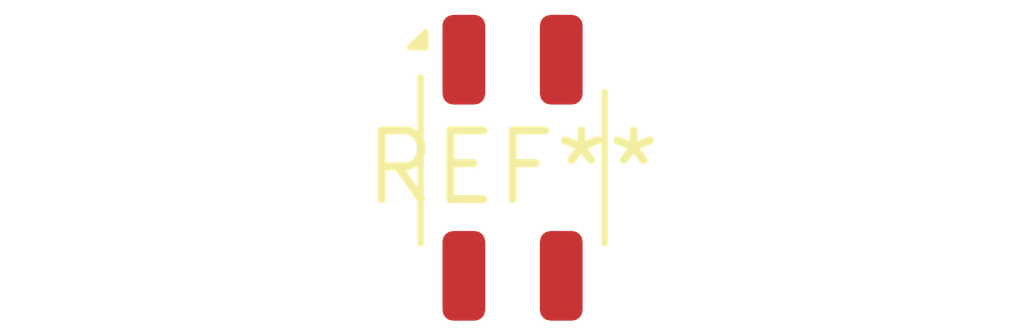
<source format=kicad_pcb>
(kicad_pcb (version 20240108) (generator pcbnew)
  (layers (0 "F.Cu" signal) (31 "B.Cu" signal) (34 "B.Paste" user) (35 "F.Paste" user) (36 "B.SilkS" user "B.Silkscreen") (37 "F.SilkS" user "F.Silkscreen") (38 "B.Mask" user) (39 "F.Mask" user) (44 "Edge.Cuts" user))
  (net 0 "")
  (footprint "OnSemi_CASE100CY" (layer "F.Cu") (at 0 0)
    (property "Reference" "REF**")
    (property "Value" "OnSemi_CASE100CY")
    (fp_line (start -1.7 1.4) (end -1.7 -1.67) (layer "F.SilkS") (stroke (width 0.12)))
    (fp_line (start 1.7 1.4) (end 1.7 -1.4) (layer "F.SilkS") (stroke (width 0.12)))
    (fp_poly (pts (xy -1.61 -2.23) (xy -1.89 -2.23) (xy -1.61 -2.51) (xy -1.61 -2.23)) (layer "F.SilkS") (stroke (width 0.12)) (fill solid))
    (pad "1" smd roundrect (at -0.9 -2) (size 0.79 1.66) (layers "F.Cu" "F.Paste" "F.Mask"))
    (pad "2" smd roundrect (at -0.9 2) (size 0.79 1.66) (layers "F.Cu" "F.Paste" "F.Mask"))
    (pad "3" smd roundrect (at 0.9 2) (size 0.79 1.66) (layers "F.Cu" "F.Paste" "F.Mask"))
    (pad "4" smd roundrect (at 0.9 -2) (size 0.79 1.66) (layers "F.Cu" "F.Paste" "F.Mask"))
  )
)
</source>
